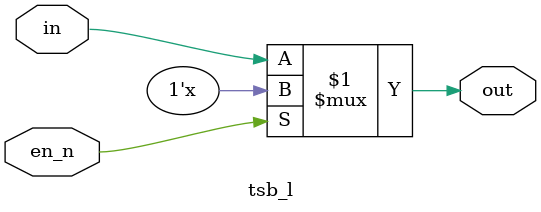
<source format=v>
/**
 * Tristate buffer: active high
 */
module tsb_h #(parameter WIDTH = 1)
    (
        input   wire [WIDTH-1:0] in,
        output  wire [WIDTH-1:0] out,
        input   wire             en
    );

    assign out = en ? in: {WIDTH{1'bz}};
endmodule

/**
 * Tristate buffer: active low
 */
module tsb_l #(parameter WIDTH = 1)
    (
        input   wire [WIDTH-1:0] in,
        output  wire [WIDTH-1:0] out,
        input   wire             en_n
    );

    assign out = en_n ? {WIDTH{1'bz}} : in;
endmodule

</source>
